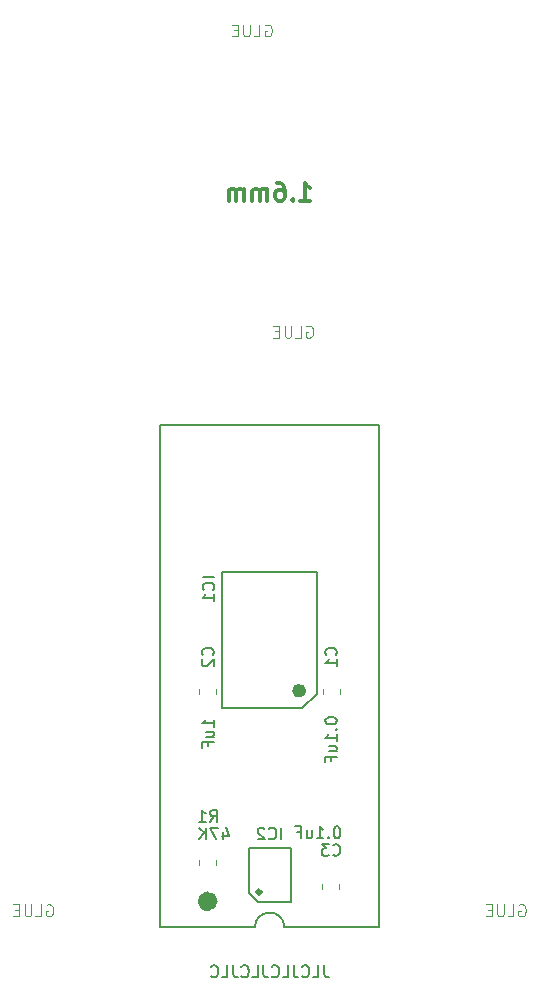
<source format=gbr>
%TF.GenerationSoftware,KiCad,Pcbnew,7.0.8*%
%TF.CreationDate,2023-11-19T22:04:51+01:00*%
%TF.ProjectId,ProtoHu_revA_layer1,50726f74-6f48-4755-9f72-6576415f6c61,rev?*%
%TF.SameCoordinates,Original*%
%TF.FileFunction,Legend,Bot*%
%TF.FilePolarity,Positive*%
%FSLAX46Y46*%
G04 Gerber Fmt 4.6, Leading zero omitted, Abs format (unit mm)*
G04 Created by KiCad (PCBNEW 7.0.8) date 2023-11-19 22:04:51*
%MOMM*%
%LPD*%
G01*
G04 APERTURE LIST*
%ADD10C,0.300000*%
%ADD11C,0.100000*%
%ADD12C,0.150000*%
%ADD13C,0.200000*%
%ADD14C,0.354000*%
%ADD15C,0.120000*%
%ADD16C,0.600000*%
%ADD17C,0.850000*%
G04 APERTURE END LIST*
D10*
X151092856Y-80378328D02*
X151949999Y-80378328D01*
X151521428Y-80378328D02*
X151521428Y-78878328D01*
X151521428Y-78878328D02*
X151664285Y-79092614D01*
X151664285Y-79092614D02*
X151807142Y-79235471D01*
X151807142Y-79235471D02*
X151949999Y-79306900D01*
X150450000Y-80235471D02*
X150378571Y-80306900D01*
X150378571Y-80306900D02*
X150450000Y-80378328D01*
X150450000Y-80378328D02*
X150521428Y-80306900D01*
X150521428Y-80306900D02*
X150450000Y-80235471D01*
X150450000Y-80235471D02*
X150450000Y-80378328D01*
X149092857Y-78878328D02*
X149378571Y-78878328D01*
X149378571Y-78878328D02*
X149521428Y-78949757D01*
X149521428Y-78949757D02*
X149592857Y-79021185D01*
X149592857Y-79021185D02*
X149735714Y-79235471D01*
X149735714Y-79235471D02*
X149807142Y-79521185D01*
X149807142Y-79521185D02*
X149807142Y-80092614D01*
X149807142Y-80092614D02*
X149735714Y-80235471D01*
X149735714Y-80235471D02*
X149664285Y-80306900D01*
X149664285Y-80306900D02*
X149521428Y-80378328D01*
X149521428Y-80378328D02*
X149235714Y-80378328D01*
X149235714Y-80378328D02*
X149092857Y-80306900D01*
X149092857Y-80306900D02*
X149021428Y-80235471D01*
X149021428Y-80235471D02*
X148949999Y-80092614D01*
X148949999Y-80092614D02*
X148949999Y-79735471D01*
X148949999Y-79735471D02*
X149021428Y-79592614D01*
X149021428Y-79592614D02*
X149092857Y-79521185D01*
X149092857Y-79521185D02*
X149235714Y-79449757D01*
X149235714Y-79449757D02*
X149521428Y-79449757D01*
X149521428Y-79449757D02*
X149664285Y-79521185D01*
X149664285Y-79521185D02*
X149735714Y-79592614D01*
X149735714Y-79592614D02*
X149807142Y-79735471D01*
X148307143Y-80378328D02*
X148307143Y-79378328D01*
X148307143Y-79521185D02*
X148235714Y-79449757D01*
X148235714Y-79449757D02*
X148092857Y-79378328D01*
X148092857Y-79378328D02*
X147878571Y-79378328D01*
X147878571Y-79378328D02*
X147735714Y-79449757D01*
X147735714Y-79449757D02*
X147664286Y-79592614D01*
X147664286Y-79592614D02*
X147664286Y-80378328D01*
X147664286Y-79592614D02*
X147592857Y-79449757D01*
X147592857Y-79449757D02*
X147450000Y-79378328D01*
X147450000Y-79378328D02*
X147235714Y-79378328D01*
X147235714Y-79378328D02*
X147092857Y-79449757D01*
X147092857Y-79449757D02*
X147021428Y-79592614D01*
X147021428Y-79592614D02*
X147021428Y-80378328D01*
X146307143Y-80378328D02*
X146307143Y-79378328D01*
X146307143Y-79521185D02*
X146235714Y-79449757D01*
X146235714Y-79449757D02*
X146092857Y-79378328D01*
X146092857Y-79378328D02*
X145878571Y-79378328D01*
X145878571Y-79378328D02*
X145735714Y-79449757D01*
X145735714Y-79449757D02*
X145664286Y-79592614D01*
X145664286Y-79592614D02*
X145664286Y-80378328D01*
X145664286Y-79592614D02*
X145592857Y-79449757D01*
X145592857Y-79449757D02*
X145450000Y-79378328D01*
X145450000Y-79378328D02*
X145235714Y-79378328D01*
X145235714Y-79378328D02*
X145092857Y-79449757D01*
X145092857Y-79449757D02*
X145021428Y-79592614D01*
X145021428Y-79592614D02*
X145021428Y-80378328D01*
D11*
X148119047Y-65505038D02*
X148214285Y-65457419D01*
X148214285Y-65457419D02*
X148357142Y-65457419D01*
X148357142Y-65457419D02*
X148499999Y-65505038D01*
X148499999Y-65505038D02*
X148595237Y-65600276D01*
X148595237Y-65600276D02*
X148642856Y-65695514D01*
X148642856Y-65695514D02*
X148690475Y-65885990D01*
X148690475Y-65885990D02*
X148690475Y-66028847D01*
X148690475Y-66028847D02*
X148642856Y-66219323D01*
X148642856Y-66219323D02*
X148595237Y-66314561D01*
X148595237Y-66314561D02*
X148499999Y-66409800D01*
X148499999Y-66409800D02*
X148357142Y-66457419D01*
X148357142Y-66457419D02*
X148261904Y-66457419D01*
X148261904Y-66457419D02*
X148119047Y-66409800D01*
X148119047Y-66409800D02*
X148071428Y-66362180D01*
X148071428Y-66362180D02*
X148071428Y-66028847D01*
X148071428Y-66028847D02*
X148261904Y-66028847D01*
X147166666Y-66457419D02*
X147642856Y-66457419D01*
X147642856Y-66457419D02*
X147642856Y-65457419D01*
X146833332Y-65457419D02*
X146833332Y-66266942D01*
X146833332Y-66266942D02*
X146785713Y-66362180D01*
X146785713Y-66362180D02*
X146738094Y-66409800D01*
X146738094Y-66409800D02*
X146642856Y-66457419D01*
X146642856Y-66457419D02*
X146452380Y-66457419D01*
X146452380Y-66457419D02*
X146357142Y-66409800D01*
X146357142Y-66409800D02*
X146309523Y-66362180D01*
X146309523Y-66362180D02*
X146261904Y-66266942D01*
X146261904Y-66266942D02*
X146261904Y-65457419D01*
X145785713Y-65933609D02*
X145452380Y-65933609D01*
X145309523Y-66457419D02*
X145785713Y-66457419D01*
X145785713Y-66457419D02*
X145785713Y-65457419D01*
X145785713Y-65457419D02*
X145309523Y-65457419D01*
X169619047Y-140005038D02*
X169714285Y-139957419D01*
X169714285Y-139957419D02*
X169857142Y-139957419D01*
X169857142Y-139957419D02*
X169999999Y-140005038D01*
X169999999Y-140005038D02*
X170095237Y-140100276D01*
X170095237Y-140100276D02*
X170142856Y-140195514D01*
X170142856Y-140195514D02*
X170190475Y-140385990D01*
X170190475Y-140385990D02*
X170190475Y-140528847D01*
X170190475Y-140528847D02*
X170142856Y-140719323D01*
X170142856Y-140719323D02*
X170095237Y-140814561D01*
X170095237Y-140814561D02*
X169999999Y-140909800D01*
X169999999Y-140909800D02*
X169857142Y-140957419D01*
X169857142Y-140957419D02*
X169761904Y-140957419D01*
X169761904Y-140957419D02*
X169619047Y-140909800D01*
X169619047Y-140909800D02*
X169571428Y-140862180D01*
X169571428Y-140862180D02*
X169571428Y-140528847D01*
X169571428Y-140528847D02*
X169761904Y-140528847D01*
X168666666Y-140957419D02*
X169142856Y-140957419D01*
X169142856Y-140957419D02*
X169142856Y-139957419D01*
X168333332Y-139957419D02*
X168333332Y-140766942D01*
X168333332Y-140766942D02*
X168285713Y-140862180D01*
X168285713Y-140862180D02*
X168238094Y-140909800D01*
X168238094Y-140909800D02*
X168142856Y-140957419D01*
X168142856Y-140957419D02*
X167952380Y-140957419D01*
X167952380Y-140957419D02*
X167857142Y-140909800D01*
X167857142Y-140909800D02*
X167809523Y-140862180D01*
X167809523Y-140862180D02*
X167761904Y-140766942D01*
X167761904Y-140766942D02*
X167761904Y-139957419D01*
X167285713Y-140433609D02*
X166952380Y-140433609D01*
X166809523Y-140957419D02*
X167285713Y-140957419D01*
X167285713Y-140957419D02*
X167285713Y-139957419D01*
X167285713Y-139957419D02*
X166809523Y-139957419D01*
X151619047Y-91005038D02*
X151714285Y-90957419D01*
X151714285Y-90957419D02*
X151857142Y-90957419D01*
X151857142Y-90957419D02*
X151999999Y-91005038D01*
X151999999Y-91005038D02*
X152095237Y-91100276D01*
X152095237Y-91100276D02*
X152142856Y-91195514D01*
X152142856Y-91195514D02*
X152190475Y-91385990D01*
X152190475Y-91385990D02*
X152190475Y-91528847D01*
X152190475Y-91528847D02*
X152142856Y-91719323D01*
X152142856Y-91719323D02*
X152095237Y-91814561D01*
X152095237Y-91814561D02*
X151999999Y-91909800D01*
X151999999Y-91909800D02*
X151857142Y-91957419D01*
X151857142Y-91957419D02*
X151761904Y-91957419D01*
X151761904Y-91957419D02*
X151619047Y-91909800D01*
X151619047Y-91909800D02*
X151571428Y-91862180D01*
X151571428Y-91862180D02*
X151571428Y-91528847D01*
X151571428Y-91528847D02*
X151761904Y-91528847D01*
X150666666Y-91957419D02*
X151142856Y-91957419D01*
X151142856Y-91957419D02*
X151142856Y-90957419D01*
X150333332Y-90957419D02*
X150333332Y-91766942D01*
X150333332Y-91766942D02*
X150285713Y-91862180D01*
X150285713Y-91862180D02*
X150238094Y-91909800D01*
X150238094Y-91909800D02*
X150142856Y-91957419D01*
X150142856Y-91957419D02*
X149952380Y-91957419D01*
X149952380Y-91957419D02*
X149857142Y-91909800D01*
X149857142Y-91909800D02*
X149809523Y-91862180D01*
X149809523Y-91862180D02*
X149761904Y-91766942D01*
X149761904Y-91766942D02*
X149761904Y-90957419D01*
X149285713Y-91433609D02*
X148952380Y-91433609D01*
X148809523Y-91957419D02*
X149285713Y-91957419D01*
X149285713Y-91957419D02*
X149285713Y-90957419D01*
X149285713Y-90957419D02*
X148809523Y-90957419D01*
D12*
X153114048Y-145119819D02*
X153114048Y-145834104D01*
X153114048Y-145834104D02*
X153161667Y-145976961D01*
X153161667Y-145976961D02*
X153256905Y-146072200D01*
X153256905Y-146072200D02*
X153399762Y-146119819D01*
X153399762Y-146119819D02*
X153495000Y-146119819D01*
X152161667Y-146119819D02*
X152637857Y-146119819D01*
X152637857Y-146119819D02*
X152637857Y-145119819D01*
X151256905Y-146024580D02*
X151304524Y-146072200D01*
X151304524Y-146072200D02*
X151447381Y-146119819D01*
X151447381Y-146119819D02*
X151542619Y-146119819D01*
X151542619Y-146119819D02*
X151685476Y-146072200D01*
X151685476Y-146072200D02*
X151780714Y-145976961D01*
X151780714Y-145976961D02*
X151828333Y-145881723D01*
X151828333Y-145881723D02*
X151875952Y-145691247D01*
X151875952Y-145691247D02*
X151875952Y-145548390D01*
X151875952Y-145548390D02*
X151828333Y-145357914D01*
X151828333Y-145357914D02*
X151780714Y-145262676D01*
X151780714Y-145262676D02*
X151685476Y-145167438D01*
X151685476Y-145167438D02*
X151542619Y-145119819D01*
X151542619Y-145119819D02*
X151447381Y-145119819D01*
X151447381Y-145119819D02*
X151304524Y-145167438D01*
X151304524Y-145167438D02*
X151256905Y-145215057D01*
X150542619Y-145119819D02*
X150542619Y-145834104D01*
X150542619Y-145834104D02*
X150590238Y-145976961D01*
X150590238Y-145976961D02*
X150685476Y-146072200D01*
X150685476Y-146072200D02*
X150828333Y-146119819D01*
X150828333Y-146119819D02*
X150923571Y-146119819D01*
X149590238Y-146119819D02*
X150066428Y-146119819D01*
X150066428Y-146119819D02*
X150066428Y-145119819D01*
X148685476Y-146024580D02*
X148733095Y-146072200D01*
X148733095Y-146072200D02*
X148875952Y-146119819D01*
X148875952Y-146119819D02*
X148971190Y-146119819D01*
X148971190Y-146119819D02*
X149114047Y-146072200D01*
X149114047Y-146072200D02*
X149209285Y-145976961D01*
X149209285Y-145976961D02*
X149256904Y-145881723D01*
X149256904Y-145881723D02*
X149304523Y-145691247D01*
X149304523Y-145691247D02*
X149304523Y-145548390D01*
X149304523Y-145548390D02*
X149256904Y-145357914D01*
X149256904Y-145357914D02*
X149209285Y-145262676D01*
X149209285Y-145262676D02*
X149114047Y-145167438D01*
X149114047Y-145167438D02*
X148971190Y-145119819D01*
X148971190Y-145119819D02*
X148875952Y-145119819D01*
X148875952Y-145119819D02*
X148733095Y-145167438D01*
X148733095Y-145167438D02*
X148685476Y-145215057D01*
X147971190Y-145119819D02*
X147971190Y-145834104D01*
X147971190Y-145834104D02*
X148018809Y-145976961D01*
X148018809Y-145976961D02*
X148114047Y-146072200D01*
X148114047Y-146072200D02*
X148256904Y-146119819D01*
X148256904Y-146119819D02*
X148352142Y-146119819D01*
X147018809Y-146119819D02*
X147494999Y-146119819D01*
X147494999Y-146119819D02*
X147494999Y-145119819D01*
X146114047Y-146024580D02*
X146161666Y-146072200D01*
X146161666Y-146072200D02*
X146304523Y-146119819D01*
X146304523Y-146119819D02*
X146399761Y-146119819D01*
X146399761Y-146119819D02*
X146542618Y-146072200D01*
X146542618Y-146072200D02*
X146637856Y-145976961D01*
X146637856Y-145976961D02*
X146685475Y-145881723D01*
X146685475Y-145881723D02*
X146733094Y-145691247D01*
X146733094Y-145691247D02*
X146733094Y-145548390D01*
X146733094Y-145548390D02*
X146685475Y-145357914D01*
X146685475Y-145357914D02*
X146637856Y-145262676D01*
X146637856Y-145262676D02*
X146542618Y-145167438D01*
X146542618Y-145167438D02*
X146399761Y-145119819D01*
X146399761Y-145119819D02*
X146304523Y-145119819D01*
X146304523Y-145119819D02*
X146161666Y-145167438D01*
X146161666Y-145167438D02*
X146114047Y-145215057D01*
X145399761Y-145119819D02*
X145399761Y-145834104D01*
X145399761Y-145834104D02*
X145447380Y-145976961D01*
X145447380Y-145976961D02*
X145542618Y-146072200D01*
X145542618Y-146072200D02*
X145685475Y-146119819D01*
X145685475Y-146119819D02*
X145780713Y-146119819D01*
X144447380Y-146119819D02*
X144923570Y-146119819D01*
X144923570Y-146119819D02*
X144923570Y-145119819D01*
X143542618Y-146024580D02*
X143590237Y-146072200D01*
X143590237Y-146072200D02*
X143733094Y-146119819D01*
X143733094Y-146119819D02*
X143828332Y-146119819D01*
X143828332Y-146119819D02*
X143971189Y-146072200D01*
X143971189Y-146072200D02*
X144066427Y-145976961D01*
X144066427Y-145976961D02*
X144114046Y-145881723D01*
X144114046Y-145881723D02*
X144161665Y-145691247D01*
X144161665Y-145691247D02*
X144161665Y-145548390D01*
X144161665Y-145548390D02*
X144114046Y-145357914D01*
X144114046Y-145357914D02*
X144066427Y-145262676D01*
X144066427Y-145262676D02*
X143971189Y-145167438D01*
X143971189Y-145167438D02*
X143828332Y-145119819D01*
X143828332Y-145119819D02*
X143733094Y-145119819D01*
X143733094Y-145119819D02*
X143590237Y-145167438D01*
X143590237Y-145167438D02*
X143542618Y-145215057D01*
D11*
X129619047Y-140005038D02*
X129714285Y-139957419D01*
X129714285Y-139957419D02*
X129857142Y-139957419D01*
X129857142Y-139957419D02*
X129999999Y-140005038D01*
X129999999Y-140005038D02*
X130095237Y-140100276D01*
X130095237Y-140100276D02*
X130142856Y-140195514D01*
X130142856Y-140195514D02*
X130190475Y-140385990D01*
X130190475Y-140385990D02*
X130190475Y-140528847D01*
X130190475Y-140528847D02*
X130142856Y-140719323D01*
X130142856Y-140719323D02*
X130095237Y-140814561D01*
X130095237Y-140814561D02*
X129999999Y-140909800D01*
X129999999Y-140909800D02*
X129857142Y-140957419D01*
X129857142Y-140957419D02*
X129761904Y-140957419D01*
X129761904Y-140957419D02*
X129619047Y-140909800D01*
X129619047Y-140909800D02*
X129571428Y-140862180D01*
X129571428Y-140862180D02*
X129571428Y-140528847D01*
X129571428Y-140528847D02*
X129761904Y-140528847D01*
X128666666Y-140957419D02*
X129142856Y-140957419D01*
X129142856Y-140957419D02*
X129142856Y-139957419D01*
X128333332Y-139957419D02*
X128333332Y-140766942D01*
X128333332Y-140766942D02*
X128285713Y-140862180D01*
X128285713Y-140862180D02*
X128238094Y-140909800D01*
X128238094Y-140909800D02*
X128142856Y-140957419D01*
X128142856Y-140957419D02*
X127952380Y-140957419D01*
X127952380Y-140957419D02*
X127857142Y-140909800D01*
X127857142Y-140909800D02*
X127809523Y-140862180D01*
X127809523Y-140862180D02*
X127761904Y-140766942D01*
X127761904Y-140766942D02*
X127761904Y-139957419D01*
X127285713Y-140433609D02*
X126952380Y-140433609D01*
X126809523Y-140957419D02*
X127285713Y-140957419D01*
X127285713Y-140957419D02*
X127285713Y-139957419D01*
X127285713Y-139957419D02*
X126809523Y-139957419D01*
D12*
X149476189Y-134454819D02*
X149476189Y-133454819D01*
X148428571Y-134359580D02*
X148476190Y-134407200D01*
X148476190Y-134407200D02*
X148619047Y-134454819D01*
X148619047Y-134454819D02*
X148714285Y-134454819D01*
X148714285Y-134454819D02*
X148857142Y-134407200D01*
X148857142Y-134407200D02*
X148952380Y-134311961D01*
X148952380Y-134311961D02*
X148999999Y-134216723D01*
X148999999Y-134216723D02*
X149047618Y-134026247D01*
X149047618Y-134026247D02*
X149047618Y-133883390D01*
X149047618Y-133883390D02*
X148999999Y-133692914D01*
X148999999Y-133692914D02*
X148952380Y-133597676D01*
X148952380Y-133597676D02*
X148857142Y-133502438D01*
X148857142Y-133502438D02*
X148714285Y-133454819D01*
X148714285Y-133454819D02*
X148619047Y-133454819D01*
X148619047Y-133454819D02*
X148476190Y-133502438D01*
X148476190Y-133502438D02*
X148428571Y-133550057D01*
X148047618Y-133550057D02*
X147999999Y-133502438D01*
X147999999Y-133502438D02*
X147904761Y-133454819D01*
X147904761Y-133454819D02*
X147666666Y-133454819D01*
X147666666Y-133454819D02*
X147571428Y-133502438D01*
X147571428Y-133502438D02*
X147523809Y-133550057D01*
X147523809Y-133550057D02*
X147476190Y-133645295D01*
X147476190Y-133645295D02*
X147476190Y-133740533D01*
X147476190Y-133740533D02*
X147523809Y-133883390D01*
X147523809Y-133883390D02*
X148095237Y-134454819D01*
X148095237Y-134454819D02*
X147476190Y-134454819D01*
X143466666Y-132954819D02*
X143799999Y-132478628D01*
X144038094Y-132954819D02*
X144038094Y-131954819D01*
X144038094Y-131954819D02*
X143657142Y-131954819D01*
X143657142Y-131954819D02*
X143561904Y-132002438D01*
X143561904Y-132002438D02*
X143514285Y-132050057D01*
X143514285Y-132050057D02*
X143466666Y-132145295D01*
X143466666Y-132145295D02*
X143466666Y-132288152D01*
X143466666Y-132288152D02*
X143514285Y-132383390D01*
X143514285Y-132383390D02*
X143561904Y-132431009D01*
X143561904Y-132431009D02*
X143657142Y-132478628D01*
X143657142Y-132478628D02*
X144038094Y-132478628D01*
X142514285Y-132954819D02*
X143085713Y-132954819D01*
X142799999Y-132954819D02*
X142799999Y-131954819D01*
X142799999Y-131954819D02*
X142895237Y-132097676D01*
X142895237Y-132097676D02*
X142990475Y-132192914D01*
X142990475Y-132192914D02*
X143085713Y-132240533D01*
X144585714Y-133788152D02*
X144585714Y-134454819D01*
X144823809Y-133407200D02*
X145061904Y-134121485D01*
X145061904Y-134121485D02*
X144442857Y-134121485D01*
X144157142Y-133454819D02*
X143490476Y-133454819D01*
X143490476Y-133454819D02*
X143919047Y-134454819D01*
X143109523Y-134454819D02*
X143109523Y-133454819D01*
X142538095Y-134454819D02*
X142966666Y-133883390D01*
X142538095Y-133454819D02*
X143109523Y-134026247D01*
X153866666Y-135741580D02*
X153914285Y-135789200D01*
X153914285Y-135789200D02*
X154057142Y-135836819D01*
X154057142Y-135836819D02*
X154152380Y-135836819D01*
X154152380Y-135836819D02*
X154295237Y-135789200D01*
X154295237Y-135789200D02*
X154390475Y-135693961D01*
X154390475Y-135693961D02*
X154438094Y-135598723D01*
X154438094Y-135598723D02*
X154485713Y-135408247D01*
X154485713Y-135408247D02*
X154485713Y-135265390D01*
X154485713Y-135265390D02*
X154438094Y-135074914D01*
X154438094Y-135074914D02*
X154390475Y-134979676D01*
X154390475Y-134979676D02*
X154295237Y-134884438D01*
X154295237Y-134884438D02*
X154152380Y-134836819D01*
X154152380Y-134836819D02*
X154057142Y-134836819D01*
X154057142Y-134836819D02*
X153914285Y-134884438D01*
X153914285Y-134884438D02*
X153866666Y-134932057D01*
X153533332Y-134836819D02*
X152914285Y-134836819D01*
X152914285Y-134836819D02*
X153247618Y-135217771D01*
X153247618Y-135217771D02*
X153104761Y-135217771D01*
X153104761Y-135217771D02*
X153009523Y-135265390D01*
X153009523Y-135265390D02*
X152961904Y-135313009D01*
X152961904Y-135313009D02*
X152914285Y-135408247D01*
X152914285Y-135408247D02*
X152914285Y-135646342D01*
X152914285Y-135646342D02*
X152961904Y-135741580D01*
X152961904Y-135741580D02*
X153009523Y-135789200D01*
X153009523Y-135789200D02*
X153104761Y-135836819D01*
X153104761Y-135836819D02*
X153390475Y-135836819D01*
X153390475Y-135836819D02*
X153485713Y-135789200D01*
X153485713Y-135789200D02*
X153533332Y-135741580D01*
X154242856Y-133354819D02*
X154147618Y-133354819D01*
X154147618Y-133354819D02*
X154052380Y-133402438D01*
X154052380Y-133402438D02*
X154004761Y-133450057D01*
X154004761Y-133450057D02*
X153957142Y-133545295D01*
X153957142Y-133545295D02*
X153909523Y-133735771D01*
X153909523Y-133735771D02*
X153909523Y-133973866D01*
X153909523Y-133973866D02*
X153957142Y-134164342D01*
X153957142Y-134164342D02*
X154004761Y-134259580D01*
X154004761Y-134259580D02*
X154052380Y-134307200D01*
X154052380Y-134307200D02*
X154147618Y-134354819D01*
X154147618Y-134354819D02*
X154242856Y-134354819D01*
X154242856Y-134354819D02*
X154338094Y-134307200D01*
X154338094Y-134307200D02*
X154385713Y-134259580D01*
X154385713Y-134259580D02*
X154433332Y-134164342D01*
X154433332Y-134164342D02*
X154480951Y-133973866D01*
X154480951Y-133973866D02*
X154480951Y-133735771D01*
X154480951Y-133735771D02*
X154433332Y-133545295D01*
X154433332Y-133545295D02*
X154385713Y-133450057D01*
X154385713Y-133450057D02*
X154338094Y-133402438D01*
X154338094Y-133402438D02*
X154242856Y-133354819D01*
X153480951Y-134259580D02*
X153433332Y-134307200D01*
X153433332Y-134307200D02*
X153480951Y-134354819D01*
X153480951Y-134354819D02*
X153528570Y-134307200D01*
X153528570Y-134307200D02*
X153480951Y-134259580D01*
X153480951Y-134259580D02*
X153480951Y-134354819D01*
X152480952Y-134354819D02*
X153052380Y-134354819D01*
X152766666Y-134354819D02*
X152766666Y-133354819D01*
X152766666Y-133354819D02*
X152861904Y-133497676D01*
X152861904Y-133497676D02*
X152957142Y-133592914D01*
X152957142Y-133592914D02*
X153052380Y-133640533D01*
X151623809Y-133688152D02*
X151623809Y-134354819D01*
X152052380Y-133688152D02*
X152052380Y-134211961D01*
X152052380Y-134211961D02*
X152004761Y-134307200D01*
X152004761Y-134307200D02*
X151909523Y-134354819D01*
X151909523Y-134354819D02*
X151766666Y-134354819D01*
X151766666Y-134354819D02*
X151671428Y-134307200D01*
X151671428Y-134307200D02*
X151623809Y-134259580D01*
X150814285Y-133831009D02*
X151147618Y-133831009D01*
X151147618Y-134354819D02*
X151147618Y-133354819D01*
X151147618Y-133354819D02*
X150671428Y-133354819D01*
X143672180Y-118833333D02*
X143719800Y-118785714D01*
X143719800Y-118785714D02*
X143767419Y-118642857D01*
X143767419Y-118642857D02*
X143767419Y-118547619D01*
X143767419Y-118547619D02*
X143719800Y-118404762D01*
X143719800Y-118404762D02*
X143624561Y-118309524D01*
X143624561Y-118309524D02*
X143529323Y-118261905D01*
X143529323Y-118261905D02*
X143338847Y-118214286D01*
X143338847Y-118214286D02*
X143195990Y-118214286D01*
X143195990Y-118214286D02*
X143005514Y-118261905D01*
X143005514Y-118261905D02*
X142910276Y-118309524D01*
X142910276Y-118309524D02*
X142815038Y-118404762D01*
X142815038Y-118404762D02*
X142767419Y-118547619D01*
X142767419Y-118547619D02*
X142767419Y-118642857D01*
X142767419Y-118642857D02*
X142815038Y-118785714D01*
X142815038Y-118785714D02*
X142862657Y-118833333D01*
X142862657Y-119214286D02*
X142815038Y-119261905D01*
X142815038Y-119261905D02*
X142767419Y-119357143D01*
X142767419Y-119357143D02*
X142767419Y-119595238D01*
X142767419Y-119595238D02*
X142815038Y-119690476D01*
X142815038Y-119690476D02*
X142862657Y-119738095D01*
X142862657Y-119738095D02*
X142957895Y-119785714D01*
X142957895Y-119785714D02*
X143053133Y-119785714D01*
X143053133Y-119785714D02*
X143195990Y-119738095D01*
X143195990Y-119738095D02*
X143767419Y-119166667D01*
X143767419Y-119166667D02*
X143767419Y-119785714D01*
X143767419Y-124904761D02*
X143767419Y-124333333D01*
X143767419Y-124619047D02*
X142767419Y-124619047D01*
X142767419Y-124619047D02*
X142910276Y-124523809D01*
X142910276Y-124523809D02*
X143005514Y-124428571D01*
X143005514Y-124428571D02*
X143053133Y-124333333D01*
X143100752Y-125761904D02*
X143767419Y-125761904D01*
X143100752Y-125333333D02*
X143624561Y-125333333D01*
X143624561Y-125333333D02*
X143719800Y-125380952D01*
X143719800Y-125380952D02*
X143767419Y-125476190D01*
X143767419Y-125476190D02*
X143767419Y-125619047D01*
X143767419Y-125619047D02*
X143719800Y-125714285D01*
X143719800Y-125714285D02*
X143672180Y-125761904D01*
X143243609Y-126571428D02*
X143243609Y-126238095D01*
X143767419Y-126238095D02*
X142767419Y-126238095D01*
X142767419Y-126238095D02*
X142767419Y-126714285D01*
X143826819Y-112271810D02*
X142826819Y-112271810D01*
X143731580Y-113319428D02*
X143779200Y-113271809D01*
X143779200Y-113271809D02*
X143826819Y-113128952D01*
X143826819Y-113128952D02*
X143826819Y-113033714D01*
X143826819Y-113033714D02*
X143779200Y-112890857D01*
X143779200Y-112890857D02*
X143683961Y-112795619D01*
X143683961Y-112795619D02*
X143588723Y-112748000D01*
X143588723Y-112748000D02*
X143398247Y-112700381D01*
X143398247Y-112700381D02*
X143255390Y-112700381D01*
X143255390Y-112700381D02*
X143064914Y-112748000D01*
X143064914Y-112748000D02*
X142969676Y-112795619D01*
X142969676Y-112795619D02*
X142874438Y-112890857D01*
X142874438Y-112890857D02*
X142826819Y-113033714D01*
X142826819Y-113033714D02*
X142826819Y-113128952D01*
X142826819Y-113128952D02*
X142874438Y-113271809D01*
X142874438Y-113271809D02*
X142922057Y-113319428D01*
X143826819Y-114271809D02*
X143826819Y-113700381D01*
X143826819Y-113986095D02*
X142826819Y-113986095D01*
X142826819Y-113986095D02*
X142969676Y-113890857D01*
X142969676Y-113890857D02*
X143064914Y-113795619D01*
X143064914Y-113795619D02*
X143112533Y-113700381D01*
X154109580Y-118833333D02*
X154157200Y-118785714D01*
X154157200Y-118785714D02*
X154204819Y-118642857D01*
X154204819Y-118642857D02*
X154204819Y-118547619D01*
X154204819Y-118547619D02*
X154157200Y-118404762D01*
X154157200Y-118404762D02*
X154061961Y-118309524D01*
X154061961Y-118309524D02*
X153966723Y-118261905D01*
X153966723Y-118261905D02*
X153776247Y-118214286D01*
X153776247Y-118214286D02*
X153633390Y-118214286D01*
X153633390Y-118214286D02*
X153442914Y-118261905D01*
X153442914Y-118261905D02*
X153347676Y-118309524D01*
X153347676Y-118309524D02*
X153252438Y-118404762D01*
X153252438Y-118404762D02*
X153204819Y-118547619D01*
X153204819Y-118547619D02*
X153204819Y-118642857D01*
X153204819Y-118642857D02*
X153252438Y-118785714D01*
X153252438Y-118785714D02*
X153300057Y-118833333D01*
X154204819Y-119785714D02*
X154204819Y-119214286D01*
X154204819Y-119500000D02*
X153204819Y-119500000D01*
X153204819Y-119500000D02*
X153347676Y-119404762D01*
X153347676Y-119404762D02*
X153442914Y-119309524D01*
X153442914Y-119309524D02*
X153490533Y-119214286D01*
X153204819Y-124357143D02*
X153204819Y-124452381D01*
X153204819Y-124452381D02*
X153252438Y-124547619D01*
X153252438Y-124547619D02*
X153300057Y-124595238D01*
X153300057Y-124595238D02*
X153395295Y-124642857D01*
X153395295Y-124642857D02*
X153585771Y-124690476D01*
X153585771Y-124690476D02*
X153823866Y-124690476D01*
X153823866Y-124690476D02*
X154014342Y-124642857D01*
X154014342Y-124642857D02*
X154109580Y-124595238D01*
X154109580Y-124595238D02*
X154157200Y-124547619D01*
X154157200Y-124547619D02*
X154204819Y-124452381D01*
X154204819Y-124452381D02*
X154204819Y-124357143D01*
X154204819Y-124357143D02*
X154157200Y-124261905D01*
X154157200Y-124261905D02*
X154109580Y-124214286D01*
X154109580Y-124214286D02*
X154014342Y-124166667D01*
X154014342Y-124166667D02*
X153823866Y-124119048D01*
X153823866Y-124119048D02*
X153585771Y-124119048D01*
X153585771Y-124119048D02*
X153395295Y-124166667D01*
X153395295Y-124166667D02*
X153300057Y-124214286D01*
X153300057Y-124214286D02*
X153252438Y-124261905D01*
X153252438Y-124261905D02*
X153204819Y-124357143D01*
X154109580Y-125119048D02*
X154157200Y-125166667D01*
X154157200Y-125166667D02*
X154204819Y-125119048D01*
X154204819Y-125119048D02*
X154157200Y-125071429D01*
X154157200Y-125071429D02*
X154109580Y-125119048D01*
X154109580Y-125119048D02*
X154204819Y-125119048D01*
X154204819Y-126119047D02*
X154204819Y-125547619D01*
X154204819Y-125833333D02*
X153204819Y-125833333D01*
X153204819Y-125833333D02*
X153347676Y-125738095D01*
X153347676Y-125738095D02*
X153442914Y-125642857D01*
X153442914Y-125642857D02*
X153490533Y-125547619D01*
X153538152Y-126976190D02*
X154204819Y-126976190D01*
X153538152Y-126547619D02*
X154061961Y-126547619D01*
X154061961Y-126547619D02*
X154157200Y-126595238D01*
X154157200Y-126595238D02*
X154204819Y-126690476D01*
X154204819Y-126690476D02*
X154204819Y-126833333D01*
X154204819Y-126833333D02*
X154157200Y-126928571D01*
X154157200Y-126928571D02*
X154109580Y-126976190D01*
X153681009Y-127785714D02*
X153681009Y-127452381D01*
X154204819Y-127452381D02*
X153204819Y-127452381D01*
X153204819Y-127452381D02*
X153204819Y-127928571D01*
D13*
%TO.C,IC2*%
X146722000Y-139024000D02*
X147484000Y-139786000D01*
X146722000Y-135214000D02*
X146722000Y-139024000D01*
X147484000Y-139786000D02*
X150278000Y-139786000D01*
X150278000Y-139786000D02*
X150278000Y-135214000D01*
X150278000Y-135214000D02*
X146722000Y-135214000D01*
D14*
X147788000Y-138897000D02*
G75*
G03*
X147788000Y-138897000I-177000J0D01*
G01*
D15*
%TO.C,R1*%
X142521000Y-136625064D02*
X142521000Y-136170936D01*
X143991000Y-136625064D02*
X143991000Y-136170936D01*
%TO.C,C3*%
X152935000Y-138657064D02*
X152935000Y-138202936D01*
X154405000Y-138657064D02*
X154405000Y-138202936D01*
%TO.C,C2*%
X143985000Y-121692936D02*
X143985000Y-122147064D01*
X142515000Y-121692936D02*
X142515000Y-122147064D01*
D13*
%TO.C,IC1*%
X144495000Y-123350000D02*
X144495000Y-111850000D01*
X151245000Y-123350000D02*
X144495000Y-123350000D01*
X152495000Y-122100000D02*
X151245000Y-123350000D01*
X144495000Y-111850000D02*
X152495000Y-111850000D01*
X152495000Y-111850000D02*
X152495000Y-122100000D01*
D16*
X151295000Y-121850000D02*
G75*
G03*
X151295000Y-121850000I-300000J0D01*
G01*
D15*
%TO.C,C1*%
X154467400Y-121692936D02*
X154467400Y-122147064D01*
X152997400Y-121692936D02*
X152997400Y-122147064D01*
D13*
%TO.C,J2*%
X139245000Y-99400000D02*
X157745000Y-99400000D01*
X139245000Y-141900000D02*
X139245000Y-99400000D01*
X147245000Y-141900000D02*
X139245000Y-141900000D01*
X157745000Y-99400000D02*
X157745000Y-141900000D01*
X157745000Y-141900000D02*
X149745000Y-141900000D01*
X149745000Y-141900000D02*
G75*
G03*
X147245000Y-141900000I-1250000J0D01*
G01*
D17*
X143670000Y-139700000D02*
G75*
G03*
X143670000Y-139700000I-425000J0D01*
G01*
%TD*%
M02*

</source>
